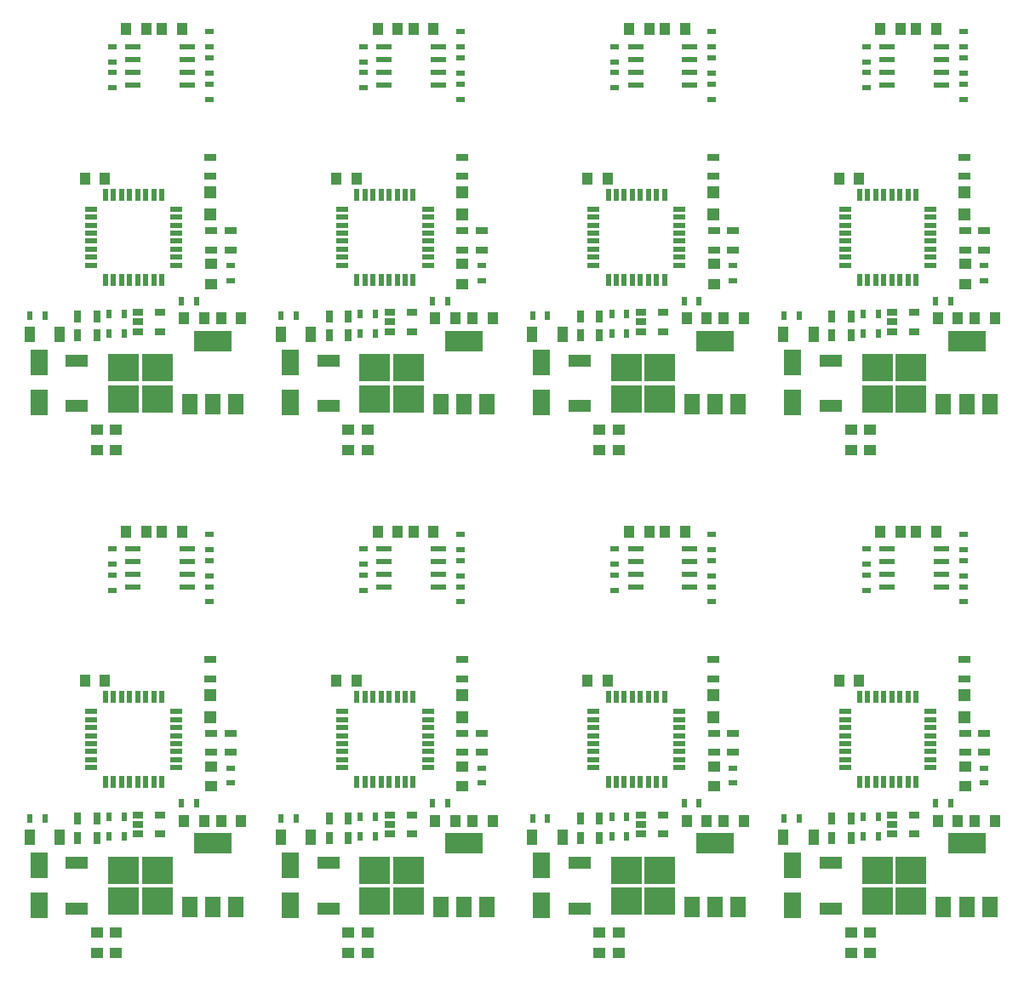
<source format=gtp>
G04 #@! TF.FileFunction,Paste,Top*
%FSLAX46Y46*%
G04 Gerber Fmt 4.6, Leading zero omitted, Abs format (unit mm)*
G04 Created by KiCad (PCBNEW 4.0.2-stable) date 9/8/2017 10:59:43 PM*
%MOMM*%
G01*
G04 APERTURE LIST*
%ADD10C,0.100000*%
%ADD11R,0.500000X0.900000*%
%ADD12R,1.800000X2.500000*%
%ADD13R,1.000000X1.600000*%
%ADD14R,1.000000X1.250000*%
%ADD15R,1.550000X0.600000*%
%ADD16R,0.900000X0.500000*%
%ADD17R,2.200000X1.200000*%
%ADD18R,3.050000X2.750000*%
%ADD19R,1.250000X1.000000*%
%ADD20R,3.800000X2.000000*%
%ADD21R,1.500000X2.000000*%
%ADD22R,1.060000X0.650000*%
%ADD23R,0.700000X1.300000*%
%ADD24R,1.200000X1.200000*%
%ADD25R,1.300000X0.700000*%
%ADD26R,1.200000X0.600000*%
%ADD27R,0.600000X1.200000*%
G04 APERTURE END LIST*
D10*
D11*
X176662800Y-163233200D03*
X178162800Y-163233200D03*
X151662800Y-163233200D03*
X153162800Y-163233200D03*
X126662800Y-163233200D03*
X128162800Y-163233200D03*
X101662800Y-163233200D03*
X103162800Y-163233200D03*
X176662800Y-113233200D03*
X178162800Y-113233200D03*
X151662800Y-113233200D03*
X153162800Y-113233200D03*
X126662800Y-113233200D03*
X128162800Y-113233200D03*
D12*
X177552500Y-167888000D03*
X177552500Y-171888000D03*
X152552500Y-167888000D03*
X152552500Y-171888000D03*
X127552500Y-167888000D03*
X127552500Y-171888000D03*
X102552500Y-167888000D03*
X102552500Y-171888000D03*
X177552500Y-117888000D03*
X177552500Y-121888000D03*
X152552500Y-117888000D03*
X152552500Y-121888000D03*
X127552500Y-117888000D03*
X127552500Y-121888000D03*
D13*
X176624000Y-165112800D03*
X179624000Y-165112800D03*
X151624000Y-165112800D03*
X154624000Y-165112800D03*
X126624000Y-165112800D03*
X129624000Y-165112800D03*
X101624000Y-165112800D03*
X104624000Y-165112800D03*
X176624000Y-115112800D03*
X179624000Y-115112800D03*
X151624000Y-115112800D03*
X154624000Y-115112800D03*
X126624000Y-115112800D03*
X129624000Y-115112800D03*
D14*
X186268000Y-134709000D03*
X188268000Y-134709000D03*
X161268000Y-134709000D03*
X163268000Y-134709000D03*
X136268000Y-134709000D03*
X138268000Y-134709000D03*
X111268000Y-134709000D03*
X113268000Y-134709000D03*
X186268000Y-84709000D03*
X188268000Y-84709000D03*
X161268000Y-84709000D03*
X163268000Y-84709000D03*
X136268000Y-84709000D03*
X138268000Y-84709000D03*
D15*
X186917500Y-136423500D03*
X186917500Y-137693500D03*
X186917500Y-138963500D03*
X186917500Y-140233500D03*
X192317500Y-140233500D03*
X192317500Y-138963500D03*
X192317500Y-137693500D03*
X192317500Y-136423500D03*
X161917500Y-136423500D03*
X161917500Y-137693500D03*
X161917500Y-138963500D03*
X161917500Y-140233500D03*
X167317500Y-140233500D03*
X167317500Y-138963500D03*
X167317500Y-137693500D03*
X167317500Y-136423500D03*
X136917500Y-136423500D03*
X136917500Y-137693500D03*
X136917500Y-138963500D03*
X136917500Y-140233500D03*
X142317500Y-140233500D03*
X142317500Y-138963500D03*
X142317500Y-137693500D03*
X142317500Y-136423500D03*
X111917500Y-136423500D03*
X111917500Y-137693500D03*
X111917500Y-138963500D03*
X111917500Y-140233500D03*
X117317500Y-140233500D03*
X117317500Y-138963500D03*
X117317500Y-137693500D03*
X117317500Y-136423500D03*
X186917500Y-86423500D03*
X186917500Y-87693500D03*
X186917500Y-88963500D03*
X186917500Y-90233500D03*
X192317500Y-90233500D03*
X192317500Y-88963500D03*
X192317500Y-87693500D03*
X192317500Y-86423500D03*
X161917500Y-86423500D03*
X161917500Y-87693500D03*
X161917500Y-88963500D03*
X161917500Y-90233500D03*
X167317500Y-90233500D03*
X167317500Y-88963500D03*
X167317500Y-87693500D03*
X167317500Y-86423500D03*
X136917500Y-86423500D03*
X136917500Y-87693500D03*
X136917500Y-88963500D03*
X136917500Y-90233500D03*
X142317500Y-90233500D03*
X142317500Y-88963500D03*
X142317500Y-87693500D03*
X142317500Y-86423500D03*
D16*
X184855000Y-136447500D03*
X184855000Y-137947500D03*
X159855000Y-136447500D03*
X159855000Y-137947500D03*
X134855000Y-136447500D03*
X134855000Y-137947500D03*
X109855000Y-136447500D03*
X109855000Y-137947500D03*
X184855000Y-86447500D03*
X184855000Y-87947500D03*
X159855000Y-86447500D03*
X159855000Y-87947500D03*
X134855000Y-86447500D03*
X134855000Y-87947500D03*
X184855000Y-139027000D03*
X184855000Y-140527000D03*
X159855000Y-139027000D03*
X159855000Y-140527000D03*
X134855000Y-139027000D03*
X134855000Y-140527000D03*
X109855000Y-139027000D03*
X109855000Y-140527000D03*
X184855000Y-89027000D03*
X184855000Y-90527000D03*
X159855000Y-89027000D03*
X159855000Y-90527000D03*
X134855000Y-89027000D03*
X134855000Y-90527000D03*
D17*
X181353500Y-167671500D03*
X181353500Y-172231500D03*
D18*
X189328500Y-171476500D03*
X185978500Y-168426500D03*
X189328500Y-168426500D03*
X185978500Y-171476500D03*
D17*
X156353500Y-167671500D03*
X156353500Y-172231500D03*
D18*
X164328500Y-171476500D03*
X160978500Y-168426500D03*
X164328500Y-168426500D03*
X160978500Y-171476500D03*
D17*
X131353500Y-167671500D03*
X131353500Y-172231500D03*
D18*
X139328500Y-171476500D03*
X135978500Y-168426500D03*
X139328500Y-168426500D03*
X135978500Y-171476500D03*
D17*
X106353500Y-167671500D03*
X106353500Y-172231500D03*
D18*
X114328500Y-171476500D03*
X110978500Y-168426500D03*
X114328500Y-168426500D03*
X110978500Y-171476500D03*
D17*
X181353500Y-117671500D03*
X181353500Y-122231500D03*
D18*
X189328500Y-121476500D03*
X185978500Y-118426500D03*
X189328500Y-118426500D03*
X185978500Y-121476500D03*
D17*
X156353500Y-117671500D03*
X156353500Y-122231500D03*
D18*
X164328500Y-121476500D03*
X160978500Y-118426500D03*
X164328500Y-118426500D03*
X160978500Y-121476500D03*
D17*
X131353500Y-117671500D03*
X131353500Y-122231500D03*
D18*
X139328500Y-121476500D03*
X135978500Y-118426500D03*
X139328500Y-118426500D03*
X135978500Y-121476500D03*
D19*
X183331000Y-174603000D03*
X183331000Y-176603000D03*
X158331000Y-174603000D03*
X158331000Y-176603000D03*
X133331000Y-174603000D03*
X133331000Y-176603000D03*
X108331000Y-174603000D03*
X108331000Y-176603000D03*
X183331000Y-124603000D03*
X183331000Y-126603000D03*
X158331000Y-124603000D03*
X158331000Y-126603000D03*
X133331000Y-124603000D03*
X133331000Y-126603000D03*
X185236000Y-174603000D03*
X185236000Y-176603000D03*
X160236000Y-174603000D03*
X160236000Y-176603000D03*
X135236000Y-174603000D03*
X135236000Y-176603000D03*
X110236000Y-174603000D03*
X110236000Y-176603000D03*
X185236000Y-124603000D03*
X185236000Y-126603000D03*
X160236000Y-124603000D03*
X160236000Y-126603000D03*
X135236000Y-124603000D03*
X135236000Y-126603000D03*
D11*
X193238400Y-161760000D03*
X191738400Y-161760000D03*
X168238400Y-161760000D03*
X166738400Y-161760000D03*
X143238400Y-161760000D03*
X141738400Y-161760000D03*
X118238400Y-161760000D03*
X116738400Y-161760000D03*
X193238400Y-111760000D03*
X191738400Y-111760000D03*
X168238400Y-111760000D03*
X166738400Y-111760000D03*
X143238400Y-111760000D03*
X141738400Y-111760000D03*
D14*
X195682000Y-163482500D03*
X197682000Y-163482500D03*
X170682000Y-163482500D03*
X172682000Y-163482500D03*
X145682000Y-163482500D03*
X147682000Y-163482500D03*
X120682000Y-163482500D03*
X122682000Y-163482500D03*
X195682000Y-113482500D03*
X197682000Y-113482500D03*
X170682000Y-113482500D03*
X172682000Y-113482500D03*
X145682000Y-113482500D03*
X147682000Y-113482500D03*
X193983000Y-163482500D03*
X191983000Y-163482500D03*
X168983000Y-163482500D03*
X166983000Y-163482500D03*
X143983000Y-163482500D03*
X141983000Y-163482500D03*
X118983000Y-163482500D03*
X116983000Y-163482500D03*
X193983000Y-113482500D03*
X191983000Y-113482500D03*
X168983000Y-113482500D03*
X166983000Y-113482500D03*
X143983000Y-113482500D03*
X141983000Y-113482500D03*
D20*
X194840500Y-165730000D03*
D21*
X194840500Y-172030000D03*
X197140500Y-172030000D03*
X192540500Y-172030000D03*
D20*
X169840500Y-165730000D03*
D21*
X169840500Y-172030000D03*
X172140500Y-172030000D03*
X167540500Y-172030000D03*
D20*
X144840500Y-165730000D03*
D21*
X144840500Y-172030000D03*
X147140500Y-172030000D03*
X142540500Y-172030000D03*
D20*
X119840500Y-165730000D03*
D21*
X119840500Y-172030000D03*
X122140500Y-172030000D03*
X117540500Y-172030000D03*
D20*
X194840500Y-115730000D03*
D21*
X194840500Y-122030000D03*
X197140500Y-122030000D03*
X192540500Y-122030000D03*
D20*
X169840500Y-115730000D03*
D21*
X169840500Y-122030000D03*
X172140500Y-122030000D03*
X167540500Y-122030000D03*
D20*
X144840500Y-115730000D03*
D21*
X144840500Y-122030000D03*
X147140500Y-122030000D03*
X142540500Y-122030000D03*
D11*
X184536800Y-165011200D03*
X186036800Y-165011200D03*
X159536800Y-165011200D03*
X161036800Y-165011200D03*
X134536800Y-165011200D03*
X136036800Y-165011200D03*
X109536800Y-165011200D03*
X111036800Y-165011200D03*
X184536800Y-115011200D03*
X186036800Y-115011200D03*
X159536800Y-115011200D03*
X161036800Y-115011200D03*
X134536800Y-115011200D03*
X136036800Y-115011200D03*
D22*
X187438000Y-162892800D03*
X187438000Y-163842800D03*
X187438000Y-164792800D03*
X189638000Y-164792800D03*
X189638000Y-162892800D03*
X162438000Y-162892800D03*
X162438000Y-163842800D03*
X162438000Y-164792800D03*
X164638000Y-164792800D03*
X164638000Y-162892800D03*
X137438000Y-162892800D03*
X137438000Y-163842800D03*
X137438000Y-164792800D03*
X139638000Y-164792800D03*
X139638000Y-162892800D03*
X112438000Y-162892800D03*
X112438000Y-163842800D03*
X112438000Y-164792800D03*
X114638000Y-164792800D03*
X114638000Y-162892800D03*
X187438000Y-112892800D03*
X187438000Y-113842800D03*
X187438000Y-114792800D03*
X189638000Y-114792800D03*
X189638000Y-112892800D03*
X162438000Y-112892800D03*
X162438000Y-113842800D03*
X162438000Y-114792800D03*
X164638000Y-114792800D03*
X164638000Y-112892800D03*
X137438000Y-112892800D03*
X137438000Y-113842800D03*
X137438000Y-114792800D03*
X139638000Y-114792800D03*
X139638000Y-112892800D03*
D23*
X183341200Y-163284000D03*
X181441200Y-163284000D03*
X158341200Y-163284000D03*
X156441200Y-163284000D03*
X133341200Y-163284000D03*
X131441200Y-163284000D03*
X108341200Y-163284000D03*
X106441200Y-163284000D03*
X183341200Y-113284000D03*
X181441200Y-113284000D03*
X158341200Y-113284000D03*
X156441200Y-113284000D03*
X133341200Y-113284000D03*
X131441200Y-113284000D03*
D11*
X184536800Y-163080800D03*
X186036800Y-163080800D03*
X159536800Y-163080800D03*
X161036800Y-163080800D03*
X134536800Y-163080800D03*
X136036800Y-163080800D03*
X109536800Y-163080800D03*
X111036800Y-163080800D03*
X184536800Y-113080800D03*
X186036800Y-113080800D03*
X159536800Y-113080800D03*
X161036800Y-113080800D03*
X134536800Y-113080800D03*
X136036800Y-113080800D03*
D23*
X181441200Y-165163600D03*
X183341200Y-165163600D03*
X156441200Y-165163600D03*
X158341200Y-165163600D03*
X131441200Y-165163600D03*
X133341200Y-165163600D03*
X106441200Y-165163600D03*
X108341200Y-165163600D03*
X181441200Y-115163600D03*
X183341200Y-115163600D03*
X156441200Y-115163600D03*
X158341200Y-115163600D03*
X131441200Y-115163600D03*
X133341200Y-115163600D03*
D24*
X194634000Y-153182600D03*
X194634000Y-150982600D03*
X169634000Y-153182600D03*
X169634000Y-150982600D03*
X144634000Y-153182600D03*
X144634000Y-150982600D03*
X119634000Y-153182600D03*
X119634000Y-150982600D03*
X194634000Y-103182600D03*
X194634000Y-100982600D03*
X169634000Y-103182600D03*
X169634000Y-100982600D03*
X144634000Y-103182600D03*
X144634000Y-100982600D03*
D19*
X194697500Y-160077000D03*
X194697500Y-158077000D03*
X169697500Y-160077000D03*
X169697500Y-158077000D03*
X144697500Y-160077000D03*
X144697500Y-158077000D03*
X119697500Y-160077000D03*
X119697500Y-158077000D03*
X194697500Y-110077000D03*
X194697500Y-108077000D03*
X169697500Y-110077000D03*
X169697500Y-108077000D03*
X144697500Y-110077000D03*
X144697500Y-108077000D03*
D16*
X196602500Y-158228000D03*
X196602500Y-159728000D03*
X171602500Y-158228000D03*
X171602500Y-159728000D03*
X146602500Y-158228000D03*
X146602500Y-159728000D03*
X121602500Y-158228000D03*
X121602500Y-159728000D03*
X196602500Y-108228000D03*
X196602500Y-109728000D03*
X171602500Y-108228000D03*
X171602500Y-109728000D03*
X146602500Y-108228000D03*
X146602500Y-109728000D03*
D25*
X196602500Y-156680000D03*
X196602500Y-154780000D03*
X171602500Y-156680000D03*
X171602500Y-154780000D03*
X146602500Y-156680000D03*
X146602500Y-154780000D03*
X121602500Y-156680000D03*
X121602500Y-154780000D03*
X196602500Y-106680000D03*
X196602500Y-104780000D03*
X171602500Y-106680000D03*
X171602500Y-104780000D03*
X146602500Y-106680000D03*
X146602500Y-104780000D03*
X194634000Y-149364800D03*
X194634000Y-147464800D03*
X169634000Y-149364800D03*
X169634000Y-147464800D03*
X144634000Y-149364800D03*
X144634000Y-147464800D03*
X119634000Y-149364800D03*
X119634000Y-147464800D03*
X194634000Y-99364800D03*
X194634000Y-97464800D03*
X169634000Y-99364800D03*
X169634000Y-97464800D03*
X144634000Y-99364800D03*
X144634000Y-97464800D03*
X194697500Y-154775000D03*
X194697500Y-156675000D03*
X169697500Y-154775000D03*
X169697500Y-156675000D03*
X144697500Y-154775000D03*
X144697500Y-156675000D03*
X119697500Y-154775000D03*
X119697500Y-156675000D03*
X194697500Y-104775000D03*
X194697500Y-106675000D03*
X169697500Y-104775000D03*
X169697500Y-106675000D03*
X144697500Y-104775000D03*
X144697500Y-106675000D03*
D16*
X194507000Y-141694000D03*
X194507000Y-140194000D03*
X169507000Y-141694000D03*
X169507000Y-140194000D03*
X144507000Y-141694000D03*
X144507000Y-140194000D03*
X119507000Y-141694000D03*
X119507000Y-140194000D03*
X194507000Y-91694000D03*
X194507000Y-90194000D03*
X169507000Y-91694000D03*
X169507000Y-90194000D03*
X144507000Y-91694000D03*
X144507000Y-90194000D03*
X194507000Y-139090500D03*
X194507000Y-137590500D03*
X169507000Y-139090500D03*
X169507000Y-137590500D03*
X144507000Y-139090500D03*
X144507000Y-137590500D03*
X119507000Y-139090500D03*
X119507000Y-137590500D03*
X194507000Y-89090500D03*
X194507000Y-87590500D03*
X169507000Y-89090500D03*
X169507000Y-87590500D03*
X144507000Y-89090500D03*
X144507000Y-87590500D03*
X194507000Y-136463000D03*
X194507000Y-134963000D03*
X169507000Y-136463000D03*
X169507000Y-134963000D03*
X144507000Y-136463000D03*
X144507000Y-134963000D03*
X119507000Y-136463000D03*
X119507000Y-134963000D03*
X194507000Y-86463000D03*
X194507000Y-84963000D03*
X169507000Y-86463000D03*
X169507000Y-84963000D03*
X144507000Y-86463000D03*
X144507000Y-84963000D03*
D14*
X189824000Y-134709000D03*
X191824000Y-134709000D03*
X164824000Y-134709000D03*
X166824000Y-134709000D03*
X139824000Y-134709000D03*
X141824000Y-134709000D03*
X114824000Y-134709000D03*
X116824000Y-134709000D03*
X189824000Y-84709000D03*
X191824000Y-84709000D03*
X164824000Y-84709000D03*
X166824000Y-84709000D03*
X139824000Y-84709000D03*
X141824000Y-84709000D03*
D26*
X191245000Y-158205500D03*
X191245000Y-157405500D03*
X191245000Y-156605500D03*
X191245000Y-155805500D03*
X191245000Y-155005500D03*
X191245000Y-154205500D03*
X191245000Y-153405500D03*
X191245000Y-152605500D03*
D27*
X189795000Y-151155500D03*
X188995000Y-151155500D03*
X188195000Y-151155500D03*
X187395000Y-151155500D03*
X186595000Y-151155500D03*
X185795000Y-151155500D03*
X184995000Y-151155500D03*
X184195000Y-151155500D03*
D26*
X182745000Y-152605500D03*
X182745000Y-153405500D03*
X182745000Y-154205500D03*
X182745000Y-155005500D03*
X182745000Y-155805500D03*
X182745000Y-156605500D03*
X182745000Y-157405500D03*
X182745000Y-158205500D03*
D27*
X184195000Y-159655500D03*
X184995000Y-159655500D03*
X185795000Y-159655500D03*
X186595000Y-159655500D03*
X187395000Y-159655500D03*
X188195000Y-159655500D03*
X188995000Y-159655500D03*
X189795000Y-159655500D03*
D26*
X166245000Y-158205500D03*
X166245000Y-157405500D03*
X166245000Y-156605500D03*
X166245000Y-155805500D03*
X166245000Y-155005500D03*
X166245000Y-154205500D03*
X166245000Y-153405500D03*
X166245000Y-152605500D03*
D27*
X164795000Y-151155500D03*
X163995000Y-151155500D03*
X163195000Y-151155500D03*
X162395000Y-151155500D03*
X161595000Y-151155500D03*
X160795000Y-151155500D03*
X159995000Y-151155500D03*
X159195000Y-151155500D03*
D26*
X157745000Y-152605500D03*
X157745000Y-153405500D03*
X157745000Y-154205500D03*
X157745000Y-155005500D03*
X157745000Y-155805500D03*
X157745000Y-156605500D03*
X157745000Y-157405500D03*
X157745000Y-158205500D03*
D27*
X159195000Y-159655500D03*
X159995000Y-159655500D03*
X160795000Y-159655500D03*
X161595000Y-159655500D03*
X162395000Y-159655500D03*
X163195000Y-159655500D03*
X163995000Y-159655500D03*
X164795000Y-159655500D03*
D26*
X141245000Y-158205500D03*
X141245000Y-157405500D03*
X141245000Y-156605500D03*
X141245000Y-155805500D03*
X141245000Y-155005500D03*
X141245000Y-154205500D03*
X141245000Y-153405500D03*
X141245000Y-152605500D03*
D27*
X139795000Y-151155500D03*
X138995000Y-151155500D03*
X138195000Y-151155500D03*
X137395000Y-151155500D03*
X136595000Y-151155500D03*
X135795000Y-151155500D03*
X134995000Y-151155500D03*
X134195000Y-151155500D03*
D26*
X132745000Y-152605500D03*
X132745000Y-153405500D03*
X132745000Y-154205500D03*
X132745000Y-155005500D03*
X132745000Y-155805500D03*
X132745000Y-156605500D03*
X132745000Y-157405500D03*
X132745000Y-158205500D03*
D27*
X134195000Y-159655500D03*
X134995000Y-159655500D03*
X135795000Y-159655500D03*
X136595000Y-159655500D03*
X137395000Y-159655500D03*
X138195000Y-159655500D03*
X138995000Y-159655500D03*
X139795000Y-159655500D03*
D26*
X116245000Y-158205500D03*
X116245000Y-157405500D03*
X116245000Y-156605500D03*
X116245000Y-155805500D03*
X116245000Y-155005500D03*
X116245000Y-154205500D03*
X116245000Y-153405500D03*
X116245000Y-152605500D03*
D27*
X114795000Y-151155500D03*
X113995000Y-151155500D03*
X113195000Y-151155500D03*
X112395000Y-151155500D03*
X111595000Y-151155500D03*
X110795000Y-151155500D03*
X109995000Y-151155500D03*
X109195000Y-151155500D03*
D26*
X107745000Y-152605500D03*
X107745000Y-153405500D03*
X107745000Y-154205500D03*
X107745000Y-155005500D03*
X107745000Y-155805500D03*
X107745000Y-156605500D03*
X107745000Y-157405500D03*
X107745000Y-158205500D03*
D27*
X109195000Y-159655500D03*
X109995000Y-159655500D03*
X110795000Y-159655500D03*
X111595000Y-159655500D03*
X112395000Y-159655500D03*
X113195000Y-159655500D03*
X113995000Y-159655500D03*
X114795000Y-159655500D03*
D26*
X191245000Y-108205500D03*
X191245000Y-107405500D03*
X191245000Y-106605500D03*
X191245000Y-105805500D03*
X191245000Y-105005500D03*
X191245000Y-104205500D03*
X191245000Y-103405500D03*
X191245000Y-102605500D03*
D27*
X189795000Y-101155500D03*
X188995000Y-101155500D03*
X188195000Y-101155500D03*
X187395000Y-101155500D03*
X186595000Y-101155500D03*
X185795000Y-101155500D03*
X184995000Y-101155500D03*
X184195000Y-101155500D03*
D26*
X182745000Y-102605500D03*
X182745000Y-103405500D03*
X182745000Y-104205500D03*
X182745000Y-105005500D03*
X182745000Y-105805500D03*
X182745000Y-106605500D03*
X182745000Y-107405500D03*
X182745000Y-108205500D03*
D27*
X184195000Y-109655500D03*
X184995000Y-109655500D03*
X185795000Y-109655500D03*
X186595000Y-109655500D03*
X187395000Y-109655500D03*
X188195000Y-109655500D03*
X188995000Y-109655500D03*
X189795000Y-109655500D03*
D26*
X166245000Y-108205500D03*
X166245000Y-107405500D03*
X166245000Y-106605500D03*
X166245000Y-105805500D03*
X166245000Y-105005500D03*
X166245000Y-104205500D03*
X166245000Y-103405500D03*
X166245000Y-102605500D03*
D27*
X164795000Y-101155500D03*
X163995000Y-101155500D03*
X163195000Y-101155500D03*
X162395000Y-101155500D03*
X161595000Y-101155500D03*
X160795000Y-101155500D03*
X159995000Y-101155500D03*
X159195000Y-101155500D03*
D26*
X157745000Y-102605500D03*
X157745000Y-103405500D03*
X157745000Y-104205500D03*
X157745000Y-105005500D03*
X157745000Y-105805500D03*
X157745000Y-106605500D03*
X157745000Y-107405500D03*
X157745000Y-108205500D03*
D27*
X159195000Y-109655500D03*
X159995000Y-109655500D03*
X160795000Y-109655500D03*
X161595000Y-109655500D03*
X162395000Y-109655500D03*
X163195000Y-109655500D03*
X163995000Y-109655500D03*
X164795000Y-109655500D03*
D26*
X141245000Y-108205500D03*
X141245000Y-107405500D03*
X141245000Y-106605500D03*
X141245000Y-105805500D03*
X141245000Y-105005500D03*
X141245000Y-104205500D03*
X141245000Y-103405500D03*
X141245000Y-102605500D03*
D27*
X139795000Y-101155500D03*
X138995000Y-101155500D03*
X138195000Y-101155500D03*
X137395000Y-101155500D03*
X136595000Y-101155500D03*
X135795000Y-101155500D03*
X134995000Y-101155500D03*
X134195000Y-101155500D03*
D26*
X132745000Y-102605500D03*
X132745000Y-103405500D03*
X132745000Y-104205500D03*
X132745000Y-105005500D03*
X132745000Y-105805500D03*
X132745000Y-106605500D03*
X132745000Y-107405500D03*
X132745000Y-108205500D03*
D27*
X134195000Y-109655500D03*
X134995000Y-109655500D03*
X135795000Y-109655500D03*
X136595000Y-109655500D03*
X137395000Y-109655500D03*
X138195000Y-109655500D03*
X138995000Y-109655500D03*
X139795000Y-109655500D03*
D14*
X182140500Y-149568000D03*
X184140500Y-149568000D03*
X157140500Y-149568000D03*
X159140500Y-149568000D03*
X132140500Y-149568000D03*
X134140500Y-149568000D03*
X107140500Y-149568000D03*
X109140500Y-149568000D03*
X182140500Y-99568000D03*
X184140500Y-99568000D03*
X157140500Y-99568000D03*
X159140500Y-99568000D03*
X132140500Y-99568000D03*
X134140500Y-99568000D03*
D26*
X116245000Y-108205500D03*
X116245000Y-107405500D03*
X116245000Y-106605500D03*
X116245000Y-105805500D03*
X116245000Y-105005500D03*
X116245000Y-104205500D03*
X116245000Y-103405500D03*
X116245000Y-102605500D03*
D27*
X114795000Y-101155500D03*
X113995000Y-101155500D03*
X113195000Y-101155500D03*
X112395000Y-101155500D03*
X111595000Y-101155500D03*
X110795000Y-101155500D03*
X109995000Y-101155500D03*
X109195000Y-101155500D03*
D26*
X107745000Y-102605500D03*
X107745000Y-103405500D03*
X107745000Y-104205500D03*
X107745000Y-105005500D03*
X107745000Y-105805500D03*
X107745000Y-106605500D03*
X107745000Y-107405500D03*
X107745000Y-108205500D03*
D27*
X109195000Y-109655500D03*
X109995000Y-109655500D03*
X110795000Y-109655500D03*
X111595000Y-109655500D03*
X112395000Y-109655500D03*
X113195000Y-109655500D03*
X113995000Y-109655500D03*
X114795000Y-109655500D03*
D14*
X114824000Y-84709000D03*
X116824000Y-84709000D03*
D19*
X119697500Y-110077000D03*
X119697500Y-108077000D03*
D13*
X101624000Y-115112800D03*
X104624000Y-115112800D03*
D19*
X110236000Y-124603000D03*
X110236000Y-126603000D03*
X108331000Y-124603000D03*
X108331000Y-126603000D03*
D14*
X120682000Y-113482500D03*
X122682000Y-113482500D03*
X118983000Y-113482500D03*
X116983000Y-113482500D03*
D16*
X121602500Y-108228000D03*
X121602500Y-109728000D03*
D23*
X106441200Y-115163600D03*
X108341200Y-115163600D03*
D25*
X121602500Y-106680000D03*
X121602500Y-104780000D03*
X119697500Y-104775000D03*
X119697500Y-106675000D03*
D16*
X119507000Y-91694000D03*
X119507000Y-90194000D03*
X109855000Y-86447500D03*
X109855000Y-87947500D03*
X119507000Y-89090500D03*
X119507000Y-87590500D03*
X109855000Y-89027000D03*
X109855000Y-90527000D03*
X119507000Y-86463000D03*
X119507000Y-84963000D03*
D17*
X106353500Y-117671500D03*
X106353500Y-122231500D03*
D18*
X114328500Y-121476500D03*
X110978500Y-118426500D03*
X114328500Y-118426500D03*
X110978500Y-121476500D03*
D20*
X119840500Y-115730000D03*
D21*
X119840500Y-122030000D03*
X122140500Y-122030000D03*
X117540500Y-122030000D03*
D15*
X111917500Y-86423500D03*
X111917500Y-87693500D03*
X111917500Y-88963500D03*
X111917500Y-90233500D03*
X117317500Y-90233500D03*
X117317500Y-88963500D03*
X117317500Y-87693500D03*
X117317500Y-86423500D03*
D12*
X102552500Y-117888000D03*
X102552500Y-121888000D03*
D25*
X119634000Y-99364800D03*
X119634000Y-97464800D03*
D24*
X119634000Y-103182600D03*
X119634000Y-100982600D03*
D14*
X107140500Y-99568000D03*
X109140500Y-99568000D03*
D11*
X118238400Y-111760000D03*
X116738400Y-111760000D03*
X101662800Y-113233200D03*
X103162800Y-113233200D03*
D14*
X111268000Y-84709000D03*
X113268000Y-84709000D03*
D23*
X108341200Y-113284000D03*
X106441200Y-113284000D03*
D22*
X112438000Y-112892800D03*
X112438000Y-113842800D03*
X112438000Y-114792800D03*
X114638000Y-114792800D03*
X114638000Y-112892800D03*
D11*
X109536800Y-113080800D03*
X111036800Y-113080800D03*
X109536800Y-115011200D03*
X111036800Y-115011200D03*
M02*

</source>
